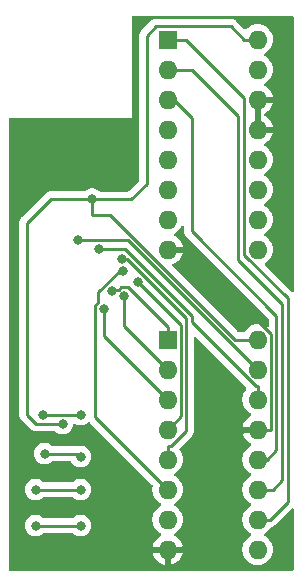
<source format=gbr>
%TF.GenerationSoftware,KiCad,Pcbnew,(7.0.0)*%
%TF.CreationDate,2023-08-04T20:04:38+01:00*%
%TF.ProjectId,DataIODecode,44617461-494f-4446-9563-6f64652e6b69,rev?*%
%TF.SameCoordinates,Original*%
%TF.FileFunction,Copper,L2,Bot*%
%TF.FilePolarity,Positive*%
%FSLAX46Y46*%
G04 Gerber Fmt 4.6, Leading zero omitted, Abs format (unit mm)*
G04 Created by KiCad (PCBNEW (7.0.0)) date 2023-08-04 20:04:38*
%MOMM*%
%LPD*%
G01*
G04 APERTURE LIST*
%TA.AperFunction,ComponentPad*%
%ADD10R,1.600000X1.600000*%
%TD*%
%TA.AperFunction,ComponentPad*%
%ADD11O,1.600000X1.600000*%
%TD*%
%TA.AperFunction,ViaPad*%
%ADD12C,0.800000*%
%TD*%
%TA.AperFunction,Conductor*%
%ADD13C,0.250000*%
%TD*%
G04 APERTURE END LIST*
D10*
%TO.P,J19,1,Pin_1*%
%TO.N,A14*%
X145541999Y-98043999D03*
D11*
%TO.P,J19,2,Pin_2*%
%TO.N,A13*%
X145541999Y-100583999D03*
%TO.P,J19,3,Pin_3*%
%TO.N,A12*%
X145541999Y-103123999D03*
%TO.P,J19,4,Pin_4*%
%TO.N,A11*%
X145541999Y-105663999D03*
%TO.P,J19,5,Pin_5*%
%TO.N,A8*%
X145541999Y-108203999D03*
%TO.P,J19,6,Pin_6*%
%TO.N,A9*%
X145541999Y-110743999D03*
%TO.P,J19,7,Pin_7*%
%TO.N,A10*%
X145541999Y-113283999D03*
%TO.P,J19,8,Pin_8*%
%TO.N,GND*%
X145541999Y-115823999D03*
%TO.P,J19,9,Pin_9*%
%TO.N,U19_O4*%
X153161999Y-115823999D03*
%TO.P,J19,10,Pin_10*%
%TO.N,U19_O3*%
X153161999Y-113283999D03*
%TO.P,J19,11,Pin_11*%
%TO.N,U19_O2*%
X153161999Y-110743999D03*
%TO.P,J19,12,Pin_12*%
%TO.N,U19_O1*%
X153161999Y-108203999D03*
%TO.P,J19,13,Pin_13*%
%TO.N,GND*%
X153161999Y-105663999D03*
%TO.P,J19,14,Pin_14*%
%TO.N,RnW*%
X153161999Y-103123999D03*
%TO.P,J19,15,Pin_15*%
%TO.N,A15*%
X153161999Y-100583999D03*
%TO.P,J19,16,Pin_16*%
%TO.N,+5V*%
X153161999Y-98043999D03*
%TD*%
D10*
%TO.P,J14,1,Pin_1*%
%TO.N,U19_O3*%
X145541999Y-72643999D03*
D11*
%TO.P,J14,2,Pin_2*%
%TO.N,U19_O2*%
X145541999Y-75183999D03*
%TO.P,J14,3,Pin_3*%
%TO.N,U19_O1*%
X145541999Y-77723999D03*
%TO.P,J14,4,Pin_4*%
%TO.N,A7*%
X145541999Y-80263999D03*
%TO.P,J14,5,Pin_5*%
%TO.N,A4*%
X145541999Y-82803999D03*
%TO.P,J14,6,Pin_6*%
%TO.N,A5*%
X145541999Y-85343999D03*
%TO.P,J14,7,Pin_7*%
%TO.N,A6*%
X145541999Y-87883999D03*
%TO.P,J14,8,Pin_8*%
%TO.N,GND*%
X145541999Y-90423999D03*
%TO.P,J14,9,Pin_9*%
%TO.N,U14_O4*%
X153161999Y-90423999D03*
%TO.P,J14,10,Pin_10*%
%TO.N,U14_O3*%
X153161999Y-87883999D03*
%TO.P,J14,11,Pin_11*%
%TO.N,U14_O2*%
X153161999Y-85343999D03*
%TO.P,J14,12,Pin_12*%
%TO.N,U14_O1*%
X153161999Y-82803999D03*
%TO.P,J14,13,Pin_13*%
%TO.N,GND*%
X153161999Y-80263999D03*
%TO.P,J14,14,Pin_14*%
X153161999Y-77723999D03*
%TO.P,J14,15,Pin_15*%
%TO.N,U19_O4*%
X153161999Y-75183999D03*
%TO.P,J14,16,Pin_16*%
%TO.N,+5V*%
X153161999Y-72643999D03*
%TD*%
D12*
%TO.N,+5V*%
X139154400Y-86136900D03*
X136652000Y-105156000D03*
%TO.N,BANK0*%
X134366000Y-113792000D03*
X138176000Y-113792000D03*
%TO.N,BANK1*%
X138176000Y-110744000D03*
X134366000Y-110744000D03*
%TO.N,BANK2*%
X138176000Y-107950000D03*
X135128000Y-107696000D03*
%TO.N,BANK3*%
X134963500Y-104431500D03*
X138176000Y-104394000D03*
%TO.N,A14*%
X140825900Y-93904600D03*
%TO.N,A13*%
X141881500Y-94329900D03*
%TO.N,A12*%
X140122606Y-95453106D03*
%TO.N,A11*%
X143052651Y-93158751D03*
%TO.N,A8*%
X141688000Y-91205600D03*
%TO.N,A9*%
X141751100Y-92207900D03*
%TO.N,RnW*%
X139718900Y-90348200D03*
%TO.N,A15*%
X137909200Y-89617900D03*
%TD*%
D13*
%TO.N,+5V*%
X139154400Y-87457200D02*
X140672100Y-87457200D01*
X139154400Y-87457200D02*
X139154400Y-86136900D01*
X136652000Y-105156000D02*
X134366000Y-105156000D01*
X150911400Y-71518700D02*
X152036700Y-72644000D01*
X143764000Y-72309600D02*
X144554900Y-71518700D01*
X133604000Y-88138000D02*
X135636000Y-86106000D01*
X135636000Y-86106000D02*
X139123500Y-86106000D01*
X139123500Y-86106000D02*
X139154400Y-86136900D01*
X142463100Y-86136900D02*
X143764000Y-84836000D01*
X151258900Y-98044000D02*
X153162000Y-98044000D01*
X134366000Y-105156000D02*
X133604000Y-104394000D01*
X144554900Y-71518700D02*
X150911400Y-71518700D01*
X152036700Y-72644000D02*
X153162000Y-72644000D01*
X143764000Y-84836000D02*
X143764000Y-72309600D01*
X140672100Y-87457200D02*
X151258900Y-98044000D01*
X139154400Y-86136900D02*
X142463100Y-86136900D01*
X133604000Y-104394000D02*
X133604000Y-88138000D01*
%TO.N,GND*%
X145542000Y-90424000D02*
X147175100Y-90424000D01*
X152036700Y-105664000D02*
X153162000Y-105664000D01*
X154287300Y-105664000D02*
X153162000Y-105664000D01*
X147175100Y-90424000D02*
X154287300Y-97536200D01*
X146558000Y-115824000D02*
X148336000Y-114046000D01*
X148336000Y-114046000D02*
X148336000Y-109364700D01*
X154287300Y-97536200D02*
X154287300Y-105664000D01*
X145542000Y-115824000D02*
X146558000Y-115824000D01*
X148336000Y-109364700D02*
X152036700Y-105664000D01*
%TO.N,BANK0*%
X138176000Y-113792000D02*
X134366000Y-113792000D01*
%TO.N,BANK1*%
X138176000Y-110744000D02*
X134366000Y-110744000D01*
%TO.N,BANK2*%
X135128000Y-107696000D02*
X137922000Y-107696000D01*
X137922000Y-107696000D02*
X138176000Y-107950000D01*
%TO.N,BANK3*%
X135128000Y-104394000D02*
X135090500Y-104431500D01*
X135090500Y-104431500D02*
X134963500Y-104431500D01*
X138176000Y-104394000D02*
X135128000Y-104394000D01*
%TO.N,U19_O3*%
X153162000Y-113284000D02*
X154178000Y-113284000D01*
X155688400Y-111773600D02*
X155688400Y-94551700D01*
X154178000Y-113284000D02*
X155688400Y-111773600D01*
X147066000Y-72644000D02*
X145542000Y-72644000D01*
X155688400Y-94551700D02*
X151997500Y-90860800D01*
X151997500Y-90860800D02*
X151997500Y-77575500D01*
X151997500Y-77575500D02*
X147066000Y-72644000D01*
%TO.N,U19_O2*%
X153162000Y-110744000D02*
X154432000Y-110744000D01*
X154432000Y-110744000D02*
X155203600Y-109972400D01*
X151467600Y-91286000D02*
X151467600Y-79077600D01*
X155203600Y-95022000D02*
X151467600Y-91286000D01*
X151467600Y-79077600D02*
X147574000Y-75184000D01*
X155203600Y-109972400D02*
X155203600Y-95022000D01*
X147574000Y-75184000D02*
X145542000Y-75184000D01*
%TO.N,U19_O1*%
X146050000Y-77724000D02*
X147574000Y-79248000D01*
X145542000Y-77724000D02*
X146050000Y-77724000D01*
X153924000Y-108204000D02*
X153162000Y-108204000D01*
X147574000Y-79248000D02*
X147574000Y-88884400D01*
X147574000Y-88884400D02*
X154753200Y-96063600D01*
X154753200Y-96063600D02*
X154753200Y-107374800D01*
X154753200Y-107374800D02*
X153924000Y-108204000D01*
%TO.N,A14*%
X141380802Y-93806000D02*
X140924500Y-93806000D01*
X141581402Y-93605400D02*
X141380802Y-93806000D01*
X145542000Y-98044000D02*
X145542000Y-96965802D01*
X145542000Y-96965802D02*
X142181598Y-93605400D01*
X142181598Y-93605400D02*
X141581402Y-93605400D01*
X140924500Y-93806000D02*
X140825900Y-93904600D01*
%TO.N,A13*%
X141881500Y-96923500D02*
X141881500Y-94329900D01*
X145542000Y-100584000D02*
X141881500Y-96923500D01*
%TO.N,A12*%
X145542000Y-103124000D02*
X140122606Y-97704606D01*
X140122606Y-97704606D02*
X140122606Y-95453106D01*
%TO.N,A11*%
X146675300Y-104530700D02*
X146675300Y-96781400D01*
X145542000Y-105664000D02*
X146675300Y-104530700D01*
X146675300Y-96781400D02*
X143052651Y-93158751D01*
%TO.N,A8*%
X147125600Y-96205900D02*
X142125300Y-91205600D01*
X142125300Y-91205600D02*
X141688000Y-91205600D01*
X145542000Y-108204000D02*
X145542000Y-107078700D01*
X145823300Y-107078700D02*
X147125600Y-105776400D01*
X147125600Y-105776400D02*
X147125600Y-96205900D01*
X145542000Y-107078700D02*
X145823300Y-107078700D01*
%TO.N,A9*%
X141473500Y-92207900D02*
X139638600Y-94042800D01*
X139398106Y-95153008D02*
X139398106Y-104600106D01*
X141751100Y-92207900D02*
X141473500Y-92207900D01*
X139638600Y-94042800D02*
X139638600Y-94912514D01*
X139398106Y-104600106D02*
X145542000Y-110744000D01*
X139638600Y-94912514D02*
X139398106Y-95153008D01*
%TO.N,RnW*%
X141910700Y-90348200D02*
X139718900Y-90348200D01*
X153162000Y-103124000D02*
X153162000Y-101998700D01*
X147575900Y-96013400D02*
X141910700Y-90348200D01*
X147575900Y-96596100D02*
X147575900Y-96013400D01*
X153162000Y-101998700D02*
X152978500Y-101998700D01*
X152978500Y-101998700D02*
X147575900Y-96596100D01*
%TO.N,A15*%
X142195900Y-89617900D02*
X153162000Y-100584000D01*
X137909200Y-89617900D02*
X142195900Y-89617900D01*
%TD*%
%TA.AperFunction,Conductor*%
%TO.N,GND*%
G36*
X156147500Y-70629113D02*
G01*
X156192887Y-70674500D01*
X156209500Y-70736500D01*
X156209500Y-93888848D01*
X156195985Y-93945143D01*
X156158385Y-93989166D01*
X156104898Y-94011321D01*
X156047182Y-94006779D01*
X155997819Y-93976529D01*
X153777045Y-91755755D01*
X153746461Y-91705349D01*
X153742614Y-91646517D01*
X153766373Y-91592557D01*
X153805889Y-91560864D01*
X153805138Y-91559563D01*
X153809821Y-91556858D01*
X153814734Y-91554568D01*
X154001139Y-91424047D01*
X154162047Y-91263139D01*
X154292568Y-91076734D01*
X154388739Y-90870496D01*
X154447635Y-90650692D01*
X154467468Y-90424000D01*
X154447635Y-90197308D01*
X154388739Y-89977504D01*
X154292568Y-89771266D01*
X154162047Y-89584861D01*
X154001139Y-89423953D01*
X153837932Y-89309675D01*
X153819173Y-89296540D01*
X153819171Y-89296539D01*
X153814734Y-89293432D01*
X153809827Y-89291143D01*
X153809817Y-89291138D01*
X153756724Y-89266380D01*
X153704549Y-89220623D01*
X153685130Y-89153997D01*
X153704550Y-89087372D01*
X153756723Y-89041618D01*
X153814734Y-89014568D01*
X154001139Y-88884047D01*
X154162047Y-88723139D01*
X154292568Y-88536734D01*
X154388739Y-88330496D01*
X154447635Y-88110692D01*
X154467468Y-87884000D01*
X154447635Y-87657308D01*
X154400325Y-87480745D01*
X154390141Y-87442736D01*
X154390140Y-87442734D01*
X154388739Y-87437504D01*
X154292568Y-87231266D01*
X154162047Y-87044861D01*
X154001139Y-86883953D01*
X153864086Y-86787988D01*
X153819173Y-86756540D01*
X153819171Y-86756539D01*
X153814734Y-86753432D01*
X153756724Y-86726381D01*
X153704549Y-86680625D01*
X153685130Y-86614000D01*
X153704549Y-86547375D01*
X153756725Y-86501618D01*
X153814734Y-86474568D01*
X154001139Y-86344047D01*
X154162047Y-86183139D01*
X154292568Y-85996734D01*
X154388739Y-85790496D01*
X154447635Y-85570692D01*
X154467468Y-85344000D01*
X154447635Y-85117308D01*
X154388739Y-84897504D01*
X154292568Y-84691266D01*
X154162047Y-84504861D01*
X154001139Y-84343953D01*
X153814734Y-84213432D01*
X153756724Y-84186381D01*
X153704549Y-84140625D01*
X153685130Y-84074000D01*
X153704549Y-84007375D01*
X153756725Y-83961618D01*
X153814734Y-83934568D01*
X154001139Y-83804047D01*
X154162047Y-83643139D01*
X154292568Y-83456734D01*
X154388739Y-83250496D01*
X154447635Y-83030692D01*
X154467468Y-82804000D01*
X154447635Y-82577308D01*
X154388739Y-82357504D01*
X154292568Y-82151266D01*
X154162047Y-81964861D01*
X154001139Y-81803953D01*
X153814734Y-81673432D01*
X153809831Y-81671145D01*
X153809823Y-81671141D01*
X153756134Y-81646106D01*
X153703958Y-81600349D01*
X153684539Y-81533723D01*
X153703959Y-81467098D01*
X153756135Y-81421341D01*
X153809585Y-81396417D01*
X153818912Y-81391032D01*
X153996381Y-81266767D01*
X154004647Y-81259830D01*
X154157830Y-81106647D01*
X154164767Y-81098381D01*
X154289032Y-80920912D01*
X154294420Y-80911580D01*
X154385977Y-80715234D01*
X154389669Y-80705092D01*
X154437179Y-80527780D01*
X154437547Y-80516551D01*
X154426605Y-80514000D01*
X153036000Y-80514000D01*
X152974000Y-80497387D01*
X152928613Y-80452000D01*
X152912000Y-80390000D01*
X152912000Y-79997674D01*
X153412000Y-79997674D01*
X153415450Y-80010549D01*
X153428326Y-80014000D01*
X154426605Y-80014000D01*
X154437547Y-80011448D01*
X154437179Y-80000219D01*
X154389669Y-79822907D01*
X154385977Y-79812765D01*
X154294420Y-79616419D01*
X154289032Y-79607087D01*
X154164767Y-79429618D01*
X154157830Y-79421352D01*
X154004647Y-79268169D01*
X153996381Y-79261232D01*
X153818912Y-79136967D01*
X153809583Y-79131581D01*
X153755542Y-79106381D01*
X153703367Y-79060623D01*
X153683948Y-78993997D01*
X153703368Y-78927372D01*
X153755545Y-78881616D01*
X153809581Y-78856419D01*
X153818912Y-78851032D01*
X153996381Y-78726767D01*
X154004647Y-78719830D01*
X154157830Y-78566647D01*
X154164767Y-78558381D01*
X154289032Y-78380912D01*
X154294420Y-78371580D01*
X154385977Y-78175234D01*
X154389669Y-78165092D01*
X154437179Y-77987780D01*
X154437547Y-77976551D01*
X154426605Y-77974000D01*
X153428326Y-77974000D01*
X153415450Y-77977450D01*
X153412000Y-77990326D01*
X153412000Y-79997674D01*
X152912000Y-79997674D01*
X152912000Y-77598000D01*
X152928613Y-77536000D01*
X152974000Y-77490613D01*
X153036000Y-77474000D01*
X154426605Y-77474000D01*
X154437547Y-77471448D01*
X154437179Y-77460219D01*
X154389669Y-77282907D01*
X154385977Y-77272765D01*
X154294420Y-77076419D01*
X154289032Y-77067087D01*
X154164767Y-76889618D01*
X154157830Y-76881352D01*
X154004647Y-76728169D01*
X153996381Y-76721232D01*
X153818912Y-76596967D01*
X153809579Y-76591579D01*
X153756134Y-76566657D01*
X153703958Y-76520899D01*
X153684539Y-76454274D01*
X153703959Y-76387649D01*
X153756131Y-76341894D01*
X153814734Y-76314568D01*
X154001139Y-76184047D01*
X154162047Y-76023139D01*
X154292568Y-75836734D01*
X154388739Y-75630496D01*
X154447635Y-75410692D01*
X154467468Y-75184000D01*
X154447635Y-74957308D01*
X154388739Y-74737504D01*
X154292568Y-74531266D01*
X154162047Y-74344861D01*
X154001139Y-74183953D01*
X153814734Y-74053432D01*
X153756724Y-74026381D01*
X153704549Y-73980625D01*
X153685130Y-73914000D01*
X153704549Y-73847375D01*
X153756725Y-73801618D01*
X153814734Y-73774568D01*
X154001139Y-73644047D01*
X154162047Y-73483139D01*
X154292568Y-73296734D01*
X154388739Y-73090496D01*
X154447635Y-72870692D01*
X154467468Y-72644000D01*
X154447635Y-72417308D01*
X154431176Y-72355881D01*
X154390141Y-72202736D01*
X154390140Y-72202734D01*
X154388739Y-72197504D01*
X154292568Y-71991266D01*
X154162047Y-71804861D01*
X154001139Y-71643953D01*
X153814734Y-71513432D01*
X153608496Y-71417261D01*
X153603271Y-71415861D01*
X153603263Y-71415858D01*
X153393916Y-71359764D01*
X153393907Y-71359762D01*
X153388692Y-71358365D01*
X153383304Y-71357893D01*
X153383301Y-71357893D01*
X153167395Y-71339004D01*
X153162000Y-71338532D01*
X153156605Y-71339004D01*
X152940698Y-71357893D01*
X152940693Y-71357893D01*
X152935308Y-71358365D01*
X152930094Y-71359762D01*
X152930083Y-71359764D01*
X152720736Y-71415858D01*
X152720724Y-71415862D01*
X152715504Y-71417261D01*
X152710599Y-71419547D01*
X152710594Y-71419550D01*
X152514176Y-71511142D01*
X152514172Y-71511144D01*
X152509266Y-71513432D01*
X152504833Y-71516535D01*
X152504826Y-71516540D01*
X152327296Y-71640847D01*
X152327291Y-71640850D01*
X152322861Y-71643953D01*
X152319037Y-71647777D01*
X152209733Y-71757081D01*
X152154145Y-71789174D01*
X152089958Y-71789174D01*
X152034371Y-71757080D01*
X151408686Y-71131395D01*
X151401242Y-71123214D01*
X151397186Y-71116823D01*
X151348175Y-71070798D01*
X151345378Y-71068087D01*
X151328627Y-71051336D01*
X151325871Y-71048580D01*
X151322690Y-71046112D01*
X151313814Y-71038530D01*
X151287669Y-71013978D01*
X151287667Y-71013976D01*
X151281982Y-71008638D01*
X151275149Y-71004882D01*
X151275143Y-71004877D01*
X151264425Y-70998985D01*
X151248166Y-70988306D01*
X151238495Y-70980804D01*
X151238492Y-70980802D01*
X151232336Y-70976027D01*
X151225179Y-70972929D01*
X151225176Y-70972928D01*
X151192249Y-70958678D01*
X151181763Y-70953541D01*
X151150332Y-70936262D01*
X151150323Y-70936258D01*
X151143492Y-70932503D01*
X151135935Y-70930562D01*
X151135931Y-70930561D01*
X151124088Y-70927520D01*
X151105684Y-70921219D01*
X151094457Y-70916360D01*
X151094450Y-70916358D01*
X151087296Y-70913262D01*
X151079592Y-70912041D01*
X151079590Y-70912041D01*
X151044159Y-70906429D01*
X151032724Y-70904061D01*
X150997971Y-70895138D01*
X150997963Y-70895137D01*
X150990419Y-70893200D01*
X150982623Y-70893200D01*
X150970383Y-70893200D01*
X150950997Y-70891674D01*
X150931204Y-70888540D01*
X150923438Y-70889274D01*
X150923435Y-70889274D01*
X150887724Y-70892650D01*
X150876055Y-70893200D01*
X144632675Y-70893200D01*
X144621619Y-70892678D01*
X144614233Y-70891027D01*
X144606445Y-70891271D01*
X144606438Y-70891271D01*
X144547013Y-70893139D01*
X144543119Y-70893200D01*
X144515550Y-70893200D01*
X144511694Y-70893686D01*
X144511691Y-70893687D01*
X144511635Y-70893694D01*
X144511562Y-70893703D01*
X144499944Y-70894617D01*
X144464065Y-70895745D01*
X144464064Y-70895745D01*
X144456273Y-70895990D01*
X144448788Y-70898164D01*
X144448784Y-70898165D01*
X144437025Y-70901581D01*
X144417987Y-70905523D01*
X144405849Y-70907057D01*
X144405841Y-70907058D01*
X144398108Y-70908036D01*
X144390860Y-70910905D01*
X144390854Y-70910907D01*
X144357497Y-70924113D01*
X144346454Y-70927894D01*
X144311996Y-70937906D01*
X144311989Y-70937908D01*
X144304510Y-70940082D01*
X144297805Y-70944047D01*
X144297796Y-70944051D01*
X144287256Y-70950284D01*
X144269793Y-70958839D01*
X144258422Y-70963341D01*
X144258416Y-70963343D01*
X144251168Y-70966214D01*
X144244863Y-70970794D01*
X144244853Y-70970800D01*
X144215834Y-70991883D01*
X144206078Y-70998292D01*
X144175193Y-71016558D01*
X144175188Y-71016561D01*
X144168480Y-71020529D01*
X144162967Y-71026040D01*
X144162960Y-71026047D01*
X144154307Y-71034700D01*
X144139524Y-71047326D01*
X144129627Y-71054517D01*
X144129620Y-71054523D01*
X144123313Y-71059106D01*
X144118346Y-71065108D01*
X144118335Y-71065120D01*
X144095470Y-71092759D01*
X144087610Y-71101397D01*
X143376696Y-71812311D01*
X143368511Y-71819759D01*
X143362123Y-71823814D01*
X143356788Y-71829494D01*
X143356783Y-71829499D01*
X143316096Y-71872825D01*
X143313392Y-71875616D01*
X143296628Y-71892380D01*
X143296621Y-71892387D01*
X143293880Y-71895129D01*
X143291500Y-71898196D01*
X143291489Y-71898209D01*
X143291400Y-71898325D01*
X143283842Y-71907170D01*
X143259280Y-71933327D01*
X143259273Y-71933336D01*
X143253938Y-71939018D01*
X143250182Y-71945849D01*
X143250179Y-71945854D01*
X143244285Y-71956575D01*
X143233609Y-71972827D01*
X143226109Y-71982496D01*
X143226101Y-71982507D01*
X143221327Y-71988664D01*
X143218234Y-71995808D01*
X143218229Y-71995819D01*
X143203974Y-72028760D01*
X143198838Y-72039243D01*
X143177803Y-72077508D01*
X143175864Y-72085056D01*
X143175863Y-72085061D01*
X143172822Y-72096907D01*
X143166521Y-72115311D01*
X143161658Y-72126548D01*
X143161656Y-72126552D01*
X143158562Y-72133704D01*
X143157342Y-72141403D01*
X143157342Y-72141405D01*
X143151729Y-72176841D01*
X143149361Y-72188276D01*
X143140438Y-72223028D01*
X143140436Y-72223036D01*
X143138500Y-72230581D01*
X143138500Y-72238377D01*
X143138500Y-72250617D01*
X143136974Y-72270002D01*
X143133840Y-72289796D01*
X143134574Y-72297561D01*
X143134574Y-72297564D01*
X143137950Y-72333276D01*
X143138500Y-72344945D01*
X143138500Y-84525547D01*
X143129061Y-84573000D01*
X143102181Y-84613228D01*
X142240328Y-85475081D01*
X142200100Y-85501961D01*
X142152647Y-85511400D01*
X139858148Y-85511400D01*
X139807715Y-85500681D01*
X139769618Y-85473004D01*
X139769450Y-85473191D01*
X139767671Y-85471589D01*
X139766001Y-85470376D01*
X139760271Y-85464012D01*
X139755013Y-85460192D01*
X139755011Y-85460190D01*
X139612388Y-85356569D01*
X139612387Y-85356568D01*
X139607130Y-85352749D01*
X139587480Y-85344000D01*
X139440145Y-85278401D01*
X139440140Y-85278399D01*
X139434203Y-85275756D01*
X139427844Y-85274404D01*
X139427840Y-85274403D01*
X139255408Y-85237752D01*
X139255405Y-85237751D01*
X139249046Y-85236400D01*
X139059754Y-85236400D01*
X139053395Y-85237751D01*
X139053391Y-85237752D01*
X138880959Y-85274403D01*
X138880952Y-85274405D01*
X138874597Y-85275756D01*
X138868662Y-85278398D01*
X138868654Y-85278401D01*
X138707607Y-85350105D01*
X138707602Y-85350107D01*
X138701670Y-85352749D01*
X138696416Y-85356565D01*
X138696411Y-85356569D01*
X138558431Y-85456818D01*
X138523864Y-85474431D01*
X138485546Y-85480500D01*
X135713775Y-85480500D01*
X135702719Y-85479978D01*
X135695333Y-85478327D01*
X135687545Y-85478571D01*
X135687538Y-85478571D01*
X135628127Y-85480439D01*
X135624232Y-85480500D01*
X135596650Y-85480500D01*
X135592805Y-85480985D01*
X135592780Y-85480987D01*
X135592653Y-85481004D01*
X135581034Y-85481918D01*
X135545172Y-85483045D01*
X135545165Y-85483046D01*
X135537373Y-85483291D01*
X135529888Y-85485465D01*
X135529872Y-85485468D01*
X135518126Y-85488881D01*
X135499083Y-85492825D01*
X135486949Y-85494358D01*
X135486948Y-85494358D01*
X135479208Y-85495336D01*
X135471958Y-85498205D01*
X135471951Y-85498208D01*
X135438598Y-85511413D01*
X135427554Y-85515194D01*
X135393101Y-85525204D01*
X135393090Y-85525208D01*
X135385610Y-85527382D01*
X135378898Y-85531351D01*
X135378896Y-85531352D01*
X135368364Y-85537580D01*
X135350904Y-85546134D01*
X135339519Y-85550642D01*
X135339513Y-85550644D01*
X135332268Y-85553514D01*
X135325963Y-85558094D01*
X135325955Y-85558099D01*
X135296932Y-85579185D01*
X135287174Y-85585595D01*
X135256296Y-85603857D01*
X135256290Y-85603861D01*
X135249580Y-85607830D01*
X135244067Y-85613341D01*
X135244060Y-85613348D01*
X135235410Y-85621998D01*
X135220627Y-85634624D01*
X135210726Y-85641817D01*
X135210716Y-85641826D01*
X135204413Y-85646406D01*
X135199444Y-85652411D01*
X135199441Y-85652415D01*
X135176572Y-85680059D01*
X135168711Y-85688697D01*
X133216696Y-87640711D01*
X133208511Y-87648159D01*
X133202123Y-87652214D01*
X133196788Y-87657894D01*
X133196783Y-87657899D01*
X133156096Y-87701225D01*
X133153392Y-87704016D01*
X133136628Y-87720780D01*
X133136621Y-87720787D01*
X133133880Y-87723529D01*
X133131500Y-87726596D01*
X133131489Y-87726609D01*
X133131400Y-87726725D01*
X133123842Y-87735570D01*
X133099280Y-87761727D01*
X133099273Y-87761736D01*
X133093938Y-87767418D01*
X133090182Y-87774249D01*
X133090179Y-87774254D01*
X133084285Y-87784975D01*
X133073609Y-87801227D01*
X133066109Y-87810896D01*
X133066101Y-87810907D01*
X133061327Y-87817064D01*
X133058234Y-87824208D01*
X133058229Y-87824219D01*
X133043974Y-87857160D01*
X133038838Y-87867643D01*
X133021560Y-87899073D01*
X133017803Y-87905908D01*
X133015864Y-87913456D01*
X133015863Y-87913461D01*
X133012822Y-87925307D01*
X133006521Y-87943711D01*
X133001658Y-87954948D01*
X133001656Y-87954952D01*
X132998562Y-87962104D01*
X132997342Y-87969803D01*
X132997342Y-87969805D01*
X132991729Y-88005241D01*
X132989361Y-88016676D01*
X132980438Y-88051428D01*
X132980436Y-88051436D01*
X132978500Y-88058981D01*
X132978500Y-88066777D01*
X132978500Y-88079017D01*
X132976974Y-88098402D01*
X132973840Y-88118196D01*
X132974574Y-88125961D01*
X132974574Y-88125964D01*
X132977950Y-88161676D01*
X132978500Y-88173345D01*
X132978500Y-104316225D01*
X132977978Y-104327280D01*
X132976327Y-104334667D01*
X132976571Y-104342453D01*
X132976571Y-104342461D01*
X132978439Y-104401873D01*
X132978500Y-104405768D01*
X132978500Y-104433350D01*
X132978988Y-104437219D01*
X132978989Y-104437225D01*
X132979004Y-104437343D01*
X132979918Y-104448966D01*
X132981045Y-104484830D01*
X132981046Y-104484837D01*
X132981291Y-104492627D01*
X132983467Y-104500119D01*
X132983468Y-104500121D01*
X132986879Y-104511862D01*
X132990825Y-104530915D01*
X132991589Y-104536967D01*
X132993336Y-104550792D01*
X132996206Y-104558042D01*
X132996208Y-104558048D01*
X133009414Y-104591404D01*
X133013197Y-104602451D01*
X133025382Y-104644390D01*
X133029353Y-104651105D01*
X133029354Y-104651107D01*
X133035581Y-104661637D01*
X133044136Y-104679099D01*
X133048642Y-104690480D01*
X133048643Y-104690483D01*
X133051514Y-104697732D01*
X133073440Y-104727912D01*
X133077181Y-104733060D01*
X133083593Y-104742822D01*
X133101856Y-104773702D01*
X133101859Y-104773707D01*
X133105830Y-104780420D01*
X133111345Y-104785935D01*
X133119990Y-104794580D01*
X133132626Y-104809374D01*
X133139819Y-104819275D01*
X133139823Y-104819279D01*
X133144406Y-104825587D01*
X133150415Y-104830558D01*
X133150416Y-104830559D01*
X133178058Y-104853426D01*
X133186699Y-104861289D01*
X133868707Y-105543297D01*
X133876156Y-105551483D01*
X133880214Y-105557877D01*
X133885899Y-105563215D01*
X133885901Y-105563218D01*
X133929239Y-105603915D01*
X133932036Y-105606626D01*
X133951530Y-105626120D01*
X133954615Y-105628513D01*
X133954701Y-105628580D01*
X133963573Y-105636158D01*
X133995418Y-105666062D01*
X134002248Y-105669817D01*
X134002251Y-105669819D01*
X134012971Y-105675712D01*
X134029222Y-105686386D01*
X134045064Y-105698674D01*
X134052221Y-105701771D01*
X134052223Y-105701772D01*
X134085155Y-105716022D01*
X134095650Y-105721164D01*
X134133908Y-105742197D01*
X134153312Y-105747179D01*
X134171714Y-105753480D01*
X134182941Y-105758338D01*
X134190105Y-105761438D01*
X134227697Y-105767391D01*
X134233239Y-105768269D01*
X134244682Y-105770639D01*
X134279425Y-105779560D01*
X134279426Y-105779560D01*
X134286981Y-105781500D01*
X134307017Y-105781500D01*
X134326402Y-105783025D01*
X134346196Y-105786160D01*
X134384276Y-105782560D01*
X134389676Y-105782050D01*
X134401345Y-105781500D01*
X135948252Y-105781500D01*
X135998685Y-105792219D01*
X136036781Y-105819895D01*
X136036950Y-105819709D01*
X136038728Y-105821310D01*
X136040398Y-105822523D01*
X136046129Y-105828888D01*
X136051387Y-105832708D01*
X136051388Y-105832709D01*
X136071909Y-105847618D01*
X136199270Y-105940151D01*
X136372197Y-106017144D01*
X136557354Y-106056500D01*
X136740143Y-106056500D01*
X136746646Y-106056500D01*
X136931803Y-106017144D01*
X137104730Y-105940151D01*
X137257871Y-105828888D01*
X137384533Y-105688216D01*
X137479179Y-105524284D01*
X137537674Y-105344256D01*
X137544870Y-105275787D01*
X137566000Y-105218513D01*
X137611899Y-105178263D01*
X137671442Y-105164792D01*
X137722771Y-105179270D01*
X137723270Y-105178151D01*
X137896197Y-105255144D01*
X138081354Y-105294500D01*
X138264143Y-105294500D01*
X138270646Y-105294500D01*
X138455803Y-105255144D01*
X138628730Y-105178151D01*
X138781871Y-105066888D01*
X138787331Y-105060823D01*
X138788301Y-105060183D01*
X138791050Y-105057709D01*
X138791424Y-105058124D01*
X138839518Y-105026409D01*
X138901866Y-105021829D01*
X138958522Y-105048246D01*
X138972175Y-105059541D01*
X138980805Y-105067395D01*
X144242586Y-110329177D01*
X144274680Y-110384763D01*
X144274680Y-110448950D01*
X144257765Y-110512079D01*
X144257762Y-110512090D01*
X144256365Y-110517308D01*
X144236532Y-110744000D01*
X144256365Y-110970692D01*
X144257762Y-110975907D01*
X144257764Y-110975916D01*
X144313858Y-111185263D01*
X144313861Y-111185271D01*
X144315261Y-111190496D01*
X144317549Y-111195403D01*
X144317550Y-111195405D01*
X144336785Y-111236654D01*
X144411432Y-111396734D01*
X144541953Y-111583139D01*
X144702861Y-111744047D01*
X144889266Y-111874568D01*
X144947276Y-111901618D01*
X144999449Y-111947373D01*
X145018869Y-112013997D01*
X144999451Y-112080622D01*
X144947276Y-112126380D01*
X144894178Y-112151141D01*
X144894173Y-112151143D01*
X144889266Y-112153432D01*
X144884833Y-112156535D01*
X144884826Y-112156540D01*
X144707296Y-112280847D01*
X144707291Y-112280850D01*
X144702861Y-112283953D01*
X144699037Y-112287776D01*
X144699031Y-112287782D01*
X144545782Y-112441031D01*
X144545776Y-112441037D01*
X144541953Y-112444861D01*
X144538850Y-112449291D01*
X144538847Y-112449296D01*
X144414540Y-112626826D01*
X144414535Y-112626833D01*
X144411432Y-112631266D01*
X144409144Y-112636172D01*
X144409142Y-112636176D01*
X144317550Y-112832594D01*
X144317547Y-112832599D01*
X144315261Y-112837504D01*
X144313862Y-112842724D01*
X144313858Y-112842736D01*
X144257764Y-113052083D01*
X144257762Y-113052094D01*
X144256365Y-113057308D01*
X144255893Y-113062693D01*
X144255893Y-113062698D01*
X144246812Y-113166500D01*
X144236532Y-113284000D01*
X144237004Y-113289395D01*
X144248755Y-113423716D01*
X144256365Y-113510692D01*
X144257762Y-113515907D01*
X144257764Y-113515916D01*
X144313858Y-113725263D01*
X144313861Y-113725271D01*
X144315261Y-113730496D01*
X144317549Y-113735403D01*
X144317550Y-113735405D01*
X144336785Y-113776654D01*
X144411432Y-113936734D01*
X144541953Y-114123139D01*
X144702861Y-114284047D01*
X144889266Y-114414568D01*
X144894175Y-114416857D01*
X144894180Y-114416860D01*
X144947864Y-114441893D01*
X145000040Y-114487649D01*
X145019460Y-114554274D01*
X145000041Y-114620899D01*
X144947866Y-114666657D01*
X144894416Y-114691581D01*
X144885087Y-114696967D01*
X144707618Y-114821232D01*
X144699352Y-114828169D01*
X144546169Y-114981352D01*
X144539232Y-114989618D01*
X144414967Y-115167087D01*
X144409579Y-115176419D01*
X144318022Y-115372765D01*
X144314330Y-115382907D01*
X144266820Y-115560219D01*
X144266452Y-115571448D01*
X144277395Y-115574000D01*
X146806605Y-115574000D01*
X146817547Y-115571448D01*
X146817179Y-115560219D01*
X146769669Y-115382907D01*
X146765977Y-115372765D01*
X146674420Y-115176419D01*
X146669032Y-115167087D01*
X146544767Y-114989618D01*
X146537830Y-114981352D01*
X146384647Y-114828169D01*
X146376381Y-114821232D01*
X146198912Y-114696967D01*
X146189579Y-114691579D01*
X146136134Y-114666657D01*
X146083958Y-114620899D01*
X146064539Y-114554274D01*
X146083959Y-114487649D01*
X146136131Y-114441894D01*
X146194734Y-114414568D01*
X146381139Y-114284047D01*
X146542047Y-114123139D01*
X146672568Y-113936734D01*
X146768739Y-113730496D01*
X146827635Y-113510692D01*
X146847468Y-113284000D01*
X146827635Y-113057308D01*
X146794461Y-112933501D01*
X146770141Y-112842736D01*
X146770140Y-112842734D01*
X146768739Y-112837504D01*
X146672568Y-112631266D01*
X146542047Y-112444861D01*
X146381139Y-112283953D01*
X146194734Y-112153432D01*
X146136724Y-112126381D01*
X146084549Y-112080625D01*
X146065130Y-112014000D01*
X146084549Y-111947375D01*
X146136725Y-111901618D01*
X146194734Y-111874568D01*
X146381139Y-111744047D01*
X146542047Y-111583139D01*
X146672568Y-111396734D01*
X146768739Y-111190496D01*
X146827635Y-110970692D01*
X146847468Y-110744000D01*
X146827635Y-110517308D01*
X146768739Y-110297504D01*
X146672568Y-110091266D01*
X146542047Y-109904861D01*
X146381139Y-109743953D01*
X146194734Y-109613432D01*
X146136724Y-109586381D01*
X146084549Y-109540625D01*
X146065130Y-109474000D01*
X146084549Y-109407375D01*
X146136725Y-109361618D01*
X146194734Y-109334568D01*
X146381139Y-109204047D01*
X146542047Y-109043139D01*
X146672568Y-108856734D01*
X146768739Y-108650496D01*
X146827635Y-108430692D01*
X146847468Y-108204000D01*
X146827635Y-107977308D01*
X146768739Y-107757504D01*
X146672568Y-107551266D01*
X146552173Y-107379322D01*
X146531058Y-107326173D01*
X146536043Y-107269198D01*
X146566066Y-107220523D01*
X147512911Y-106273678D01*
X147521081Y-106266244D01*
X147527477Y-106262186D01*
X147573518Y-106213156D01*
X147576135Y-106210454D01*
X147595720Y-106190871D01*
X147598185Y-106187692D01*
X147605767Y-106178816D01*
X147635662Y-106146982D01*
X147645313Y-106129423D01*
X147655990Y-106113170D01*
X147668273Y-106097336D01*
X147685618Y-106057252D01*
X147690751Y-106046771D01*
X147711797Y-106008492D01*
X147716779Y-105989084D01*
X147723082Y-105970676D01*
X147731037Y-105952296D01*
X147737871Y-105909144D01*
X147740233Y-105897738D01*
X147751100Y-105855419D01*
X147751100Y-105835383D01*
X147752627Y-105815985D01*
X147754539Y-105803913D01*
X147754538Y-105803913D01*
X147755760Y-105796204D01*
X147751650Y-105752724D01*
X147751100Y-105741055D01*
X147751100Y-97955252D01*
X147764615Y-97898957D01*
X147802215Y-97854934D01*
X147855702Y-97832779D01*
X147913418Y-97837321D01*
X147962781Y-97867571D01*
X152183329Y-102088120D01*
X152215422Y-102143706D01*
X152215424Y-102207891D01*
X152183333Y-102263478D01*
X152165787Y-102281024D01*
X152165771Y-102281042D01*
X152161953Y-102284861D01*
X152158851Y-102289290D01*
X152158846Y-102289297D01*
X152034540Y-102466826D01*
X152034535Y-102466833D01*
X152031432Y-102471266D01*
X152029144Y-102476172D01*
X152029142Y-102476176D01*
X151937550Y-102672594D01*
X151937547Y-102672599D01*
X151935261Y-102677504D01*
X151933862Y-102682724D01*
X151933858Y-102682736D01*
X151877764Y-102892083D01*
X151877762Y-102892094D01*
X151876365Y-102897308D01*
X151856532Y-103124000D01*
X151876365Y-103350692D01*
X151877762Y-103355907D01*
X151877764Y-103355916D01*
X151933858Y-103565263D01*
X151933861Y-103565271D01*
X151935261Y-103570496D01*
X152031432Y-103776734D01*
X152161953Y-103963139D01*
X152322861Y-104124047D01*
X152509266Y-104254568D01*
X152514175Y-104256857D01*
X152514180Y-104256860D01*
X152567864Y-104281893D01*
X152620040Y-104327649D01*
X152639460Y-104394274D01*
X152620041Y-104460899D01*
X152567866Y-104506657D01*
X152514416Y-104531581D01*
X152505087Y-104536967D01*
X152327618Y-104661232D01*
X152319352Y-104668169D01*
X152166169Y-104821352D01*
X152159232Y-104829618D01*
X152034967Y-105007087D01*
X152029579Y-105016419D01*
X151938022Y-105212765D01*
X151934330Y-105222907D01*
X151886820Y-105400219D01*
X151886452Y-105411448D01*
X151897395Y-105414000D01*
X153288000Y-105414000D01*
X153350000Y-105430613D01*
X153395387Y-105476000D01*
X153412000Y-105538000D01*
X153412000Y-105790000D01*
X153395387Y-105852000D01*
X153350000Y-105897387D01*
X153288000Y-105914000D01*
X151897395Y-105914000D01*
X151886452Y-105916551D01*
X151886820Y-105927780D01*
X151934330Y-106105092D01*
X151938022Y-106115234D01*
X152029579Y-106311580D01*
X152034967Y-106320912D01*
X152159232Y-106498381D01*
X152166169Y-106506647D01*
X152319352Y-106659830D01*
X152327618Y-106666767D01*
X152505087Y-106791032D01*
X152514423Y-106796422D01*
X152567864Y-106821342D01*
X152620040Y-106867098D01*
X152639460Y-106933723D01*
X152620041Y-107000348D01*
X152567866Y-107046106D01*
X152553286Y-107052905D01*
X152509266Y-107073432D01*
X152504833Y-107076535D01*
X152504826Y-107076540D01*
X152327296Y-107200847D01*
X152327291Y-107200850D01*
X152322861Y-107203953D01*
X152319037Y-107207776D01*
X152319031Y-107207782D01*
X152165782Y-107361031D01*
X152165776Y-107361037D01*
X152161953Y-107364861D01*
X152158850Y-107369291D01*
X152158847Y-107369296D01*
X152034540Y-107546826D01*
X152034535Y-107546833D01*
X152031432Y-107551266D01*
X152029144Y-107556172D01*
X152029142Y-107556176D01*
X151937550Y-107752594D01*
X151937547Y-107752599D01*
X151935261Y-107757504D01*
X151933862Y-107762724D01*
X151933858Y-107762736D01*
X151877764Y-107972083D01*
X151877762Y-107972094D01*
X151876365Y-107977308D01*
X151875893Y-107982693D01*
X151875893Y-107982698D01*
X151868263Y-108069910D01*
X151856532Y-108204000D01*
X151857004Y-108209395D01*
X151871710Y-108377491D01*
X151876365Y-108430692D01*
X151877762Y-108435907D01*
X151877764Y-108435916D01*
X151933858Y-108645263D01*
X151933861Y-108645271D01*
X151935261Y-108650496D01*
X152031432Y-108856734D01*
X152161953Y-109043139D01*
X152322861Y-109204047D01*
X152509266Y-109334568D01*
X152514172Y-109336855D01*
X152514176Y-109336858D01*
X152567274Y-109361618D01*
X152619450Y-109407375D01*
X152638869Y-109474000D01*
X152619450Y-109540625D01*
X152567274Y-109586382D01*
X152514176Y-109611141D01*
X152514163Y-109611148D01*
X152509266Y-109613432D01*
X152504833Y-109616535D01*
X152504826Y-109616540D01*
X152327296Y-109740847D01*
X152327291Y-109740850D01*
X152322861Y-109743953D01*
X152319037Y-109747776D01*
X152319031Y-109747782D01*
X152165782Y-109901031D01*
X152165776Y-109901037D01*
X152161953Y-109904861D01*
X152158850Y-109909291D01*
X152158847Y-109909296D01*
X152034540Y-110086826D01*
X152034535Y-110086833D01*
X152031432Y-110091266D01*
X152029144Y-110096172D01*
X152029142Y-110096176D01*
X151937550Y-110292594D01*
X151937547Y-110292599D01*
X151935261Y-110297504D01*
X151933862Y-110302724D01*
X151933858Y-110302736D01*
X151877764Y-110512083D01*
X151877762Y-110512094D01*
X151876365Y-110517308D01*
X151856532Y-110744000D01*
X151876365Y-110970692D01*
X151877762Y-110975907D01*
X151877764Y-110975916D01*
X151933858Y-111185263D01*
X151933861Y-111185271D01*
X151935261Y-111190496D01*
X151937549Y-111195403D01*
X151937550Y-111195405D01*
X151956785Y-111236654D01*
X152031432Y-111396734D01*
X152161953Y-111583139D01*
X152322861Y-111744047D01*
X152509266Y-111874568D01*
X152567276Y-111901618D01*
X152619449Y-111947373D01*
X152638869Y-112013997D01*
X152619451Y-112080622D01*
X152567276Y-112126380D01*
X152514178Y-112151141D01*
X152514173Y-112151143D01*
X152509266Y-112153432D01*
X152504833Y-112156535D01*
X152504826Y-112156540D01*
X152327296Y-112280847D01*
X152327291Y-112280850D01*
X152322861Y-112283953D01*
X152319037Y-112287776D01*
X152319031Y-112287782D01*
X152165782Y-112441031D01*
X152165776Y-112441037D01*
X152161953Y-112444861D01*
X152158850Y-112449291D01*
X152158847Y-112449296D01*
X152034540Y-112626826D01*
X152034535Y-112626833D01*
X152031432Y-112631266D01*
X152029144Y-112636172D01*
X152029142Y-112636176D01*
X151937550Y-112832594D01*
X151937547Y-112832599D01*
X151935261Y-112837504D01*
X151933862Y-112842724D01*
X151933858Y-112842736D01*
X151877764Y-113052083D01*
X151877762Y-113052094D01*
X151876365Y-113057308D01*
X151875893Y-113062693D01*
X151875893Y-113062698D01*
X151866812Y-113166500D01*
X151856532Y-113284000D01*
X151857004Y-113289395D01*
X151868755Y-113423716D01*
X151876365Y-113510692D01*
X151877762Y-113515907D01*
X151877764Y-113515916D01*
X151933858Y-113725263D01*
X151933861Y-113725271D01*
X151935261Y-113730496D01*
X151937549Y-113735403D01*
X151937550Y-113735405D01*
X151956785Y-113776654D01*
X152031432Y-113936734D01*
X152161953Y-114123139D01*
X152322861Y-114284047D01*
X152509266Y-114414568D01*
X152514172Y-114416855D01*
X152514176Y-114416858D01*
X152567274Y-114441618D01*
X152619450Y-114487375D01*
X152638869Y-114554000D01*
X152619450Y-114620625D01*
X152567274Y-114666382D01*
X152514176Y-114691141D01*
X152514166Y-114691147D01*
X152509266Y-114693432D01*
X152504833Y-114696535D01*
X152504826Y-114696540D01*
X152327296Y-114820847D01*
X152327291Y-114820850D01*
X152322861Y-114823953D01*
X152319037Y-114827776D01*
X152319031Y-114827782D01*
X152165782Y-114981031D01*
X152165776Y-114981037D01*
X152161953Y-114984861D01*
X152158850Y-114989291D01*
X152158847Y-114989296D01*
X152034540Y-115166826D01*
X152034535Y-115166833D01*
X152031432Y-115171266D01*
X152029144Y-115176172D01*
X152029142Y-115176176D01*
X151937550Y-115372594D01*
X151937547Y-115372599D01*
X151935261Y-115377504D01*
X151933862Y-115382724D01*
X151933858Y-115382736D01*
X151877764Y-115592083D01*
X151877762Y-115592094D01*
X151876365Y-115597308D01*
X151856532Y-115824000D01*
X151876365Y-116050692D01*
X151877762Y-116055907D01*
X151877764Y-116055916D01*
X151933858Y-116265263D01*
X151933861Y-116265271D01*
X151935261Y-116270496D01*
X152031432Y-116476734D01*
X152161953Y-116663139D01*
X152322861Y-116824047D01*
X152509266Y-116954568D01*
X152715504Y-117050739D01*
X152720734Y-117052140D01*
X152720736Y-117052141D01*
X152896285Y-117099179D01*
X152935308Y-117109635D01*
X153162000Y-117129468D01*
X153388692Y-117109635D01*
X153608496Y-117050739D01*
X153814734Y-116954568D01*
X154001139Y-116824047D01*
X154162047Y-116663139D01*
X154292568Y-116476734D01*
X154388739Y-116270496D01*
X154447635Y-116050692D01*
X154467468Y-115824000D01*
X154447635Y-115597308D01*
X154388739Y-115377504D01*
X154292568Y-115171266D01*
X154162047Y-114984861D01*
X154001139Y-114823953D01*
X153814734Y-114693432D01*
X153756724Y-114666381D01*
X153704549Y-114620625D01*
X153685130Y-114554000D01*
X153704549Y-114487375D01*
X153756725Y-114441618D01*
X153814734Y-114414568D01*
X154001139Y-114284047D01*
X154162047Y-114123139D01*
X154292568Y-113936734D01*
X154292985Y-113937026D01*
X154315603Y-113909682D01*
X154350981Y-113888254D01*
X154375407Y-113878582D01*
X154386450Y-113874802D01*
X154428390Y-113862618D01*
X154445629Y-113852422D01*
X154463103Y-113843862D01*
X154474474Y-113839360D01*
X154474476Y-113839358D01*
X154481732Y-113836486D01*
X154517069Y-113810811D01*
X154526824Y-113804403D01*
X154564420Y-113782170D01*
X154578584Y-113768005D01*
X154593379Y-113755368D01*
X154609587Y-113743594D01*
X154637428Y-113709938D01*
X154645279Y-113701309D01*
X155997818Y-112348771D01*
X156047182Y-112318521D01*
X156104898Y-112313979D01*
X156158385Y-112336134D01*
X156195985Y-112380157D01*
X156209500Y-112436452D01*
X156209500Y-117477500D01*
X156192887Y-117539500D01*
X156147500Y-117584887D01*
X156085500Y-117601500D01*
X132204500Y-117601500D01*
X132142500Y-117584887D01*
X132097113Y-117539500D01*
X132080500Y-117477500D01*
X132080500Y-116076551D01*
X144266452Y-116076551D01*
X144266820Y-116087780D01*
X144314330Y-116265092D01*
X144318022Y-116275234D01*
X144409579Y-116471580D01*
X144414967Y-116480912D01*
X144539232Y-116658381D01*
X144546169Y-116666647D01*
X144699352Y-116819830D01*
X144707618Y-116826767D01*
X144885087Y-116951032D01*
X144894419Y-116956420D01*
X145090765Y-117047977D01*
X145100907Y-117051669D01*
X145278219Y-117099179D01*
X145289448Y-117099547D01*
X145292000Y-117088605D01*
X145792000Y-117088605D01*
X145794551Y-117099547D01*
X145805780Y-117099179D01*
X145983092Y-117051669D01*
X145993234Y-117047977D01*
X146189580Y-116956420D01*
X146198912Y-116951032D01*
X146376381Y-116826767D01*
X146384647Y-116819830D01*
X146537830Y-116666647D01*
X146544767Y-116658381D01*
X146669032Y-116480912D01*
X146674420Y-116471580D01*
X146765977Y-116275234D01*
X146769669Y-116265092D01*
X146817179Y-116087780D01*
X146817547Y-116076551D01*
X146806605Y-116074000D01*
X145808326Y-116074000D01*
X145795450Y-116077450D01*
X145792000Y-116090326D01*
X145792000Y-117088605D01*
X145292000Y-117088605D01*
X145292000Y-116090326D01*
X145288549Y-116077450D01*
X145275674Y-116074000D01*
X144277395Y-116074000D01*
X144266452Y-116076551D01*
X132080500Y-116076551D01*
X132080500Y-113792000D01*
X133460540Y-113792000D01*
X133461219Y-113798460D01*
X133479646Y-113973795D01*
X133479647Y-113973803D01*
X133480326Y-113980256D01*
X133482331Y-113986428D01*
X133482333Y-113986435D01*
X133527996Y-114126968D01*
X133538821Y-114160284D01*
X133633467Y-114324216D01*
X133637811Y-114329041D01*
X133637813Y-114329043D01*
X133739423Y-114441892D01*
X133760129Y-114464888D01*
X133913270Y-114576151D01*
X134086197Y-114653144D01*
X134271354Y-114692500D01*
X134454143Y-114692500D01*
X134460646Y-114692500D01*
X134645803Y-114653144D01*
X134818730Y-114576151D01*
X134971871Y-114464888D01*
X134977601Y-114458523D01*
X134979271Y-114457310D01*
X134981050Y-114455709D01*
X134981218Y-114455895D01*
X135019315Y-114428219D01*
X135069748Y-114417500D01*
X137472252Y-114417500D01*
X137522685Y-114428219D01*
X137560781Y-114455895D01*
X137560950Y-114455709D01*
X137562728Y-114457310D01*
X137564398Y-114458523D01*
X137570129Y-114464888D01*
X137723270Y-114576151D01*
X137896197Y-114653144D01*
X138081354Y-114692500D01*
X138264143Y-114692500D01*
X138270646Y-114692500D01*
X138455803Y-114653144D01*
X138628730Y-114576151D01*
X138781871Y-114464888D01*
X138908533Y-114324216D01*
X139003179Y-114160284D01*
X139061674Y-113980256D01*
X139081460Y-113792000D01*
X139061674Y-113603744D01*
X139003179Y-113423716D01*
X138908533Y-113259784D01*
X138824539Y-113166500D01*
X138786220Y-113123942D01*
X138786219Y-113123941D01*
X138781871Y-113119112D01*
X138776613Y-113115292D01*
X138776611Y-113115290D01*
X138633988Y-113011669D01*
X138633987Y-113011668D01*
X138628730Y-113007849D01*
X138622792Y-113005205D01*
X138461745Y-112933501D01*
X138461740Y-112933499D01*
X138455803Y-112930856D01*
X138449444Y-112929504D01*
X138449440Y-112929503D01*
X138277008Y-112892852D01*
X138277005Y-112892851D01*
X138270646Y-112891500D01*
X138081354Y-112891500D01*
X138074995Y-112892851D01*
X138074991Y-112892852D01*
X137902559Y-112929503D01*
X137902552Y-112929505D01*
X137896197Y-112930856D01*
X137890262Y-112933498D01*
X137890254Y-112933501D01*
X137729207Y-113005205D01*
X137729202Y-113005207D01*
X137723270Y-113007849D01*
X137718016Y-113011665D01*
X137718011Y-113011669D01*
X137575388Y-113115290D01*
X137575381Y-113115295D01*
X137570129Y-113119112D01*
X137565780Y-113123941D01*
X137565781Y-113123941D01*
X137564399Y-113125476D01*
X137562728Y-113126689D01*
X137560950Y-113128291D01*
X137560781Y-113128104D01*
X137522685Y-113155781D01*
X137472252Y-113166500D01*
X135069748Y-113166500D01*
X135019315Y-113155781D01*
X134981218Y-113128104D01*
X134981050Y-113128291D01*
X134979271Y-113126689D01*
X134977601Y-113125476D01*
X134971871Y-113119112D01*
X134966613Y-113115292D01*
X134966611Y-113115290D01*
X134823988Y-113011669D01*
X134823987Y-113011668D01*
X134818730Y-113007849D01*
X134812792Y-113005205D01*
X134651745Y-112933501D01*
X134651740Y-112933499D01*
X134645803Y-112930856D01*
X134639444Y-112929504D01*
X134639440Y-112929503D01*
X134467008Y-112892852D01*
X134467005Y-112892851D01*
X134460646Y-112891500D01*
X134271354Y-112891500D01*
X134264995Y-112892851D01*
X134264991Y-112892852D01*
X134092559Y-112929503D01*
X134092552Y-112929505D01*
X134086197Y-112930856D01*
X134080262Y-112933498D01*
X134080254Y-112933501D01*
X133919207Y-113005205D01*
X133919202Y-113005207D01*
X133913270Y-113007849D01*
X133908016Y-113011665D01*
X133908011Y-113011669D01*
X133765388Y-113115290D01*
X133765381Y-113115295D01*
X133760129Y-113119112D01*
X133755784Y-113123937D01*
X133755779Y-113123942D01*
X133637813Y-113254956D01*
X133637808Y-113254962D01*
X133633467Y-113259784D01*
X133630222Y-113265404D01*
X133630218Y-113265410D01*
X133542069Y-113418089D01*
X133542066Y-113418094D01*
X133538821Y-113423716D01*
X133536815Y-113429888D01*
X133536813Y-113429894D01*
X133482333Y-113597564D01*
X133482331Y-113597573D01*
X133480326Y-113603744D01*
X133479648Y-113610194D01*
X133479646Y-113610204D01*
X133464390Y-113755365D01*
X133460540Y-113792000D01*
X132080500Y-113792000D01*
X132080500Y-110744000D01*
X133460540Y-110744000D01*
X133461219Y-110750460D01*
X133479646Y-110925795D01*
X133479647Y-110925803D01*
X133480326Y-110932256D01*
X133482331Y-110938428D01*
X133482333Y-110938435D01*
X133536813Y-111106105D01*
X133538821Y-111112284D01*
X133542068Y-111117908D01*
X133542069Y-111117910D01*
X133613810Y-111242170D01*
X133633467Y-111276216D01*
X133637811Y-111281041D01*
X133637813Y-111281043D01*
X133737560Y-111391823D01*
X133760129Y-111416888D01*
X133913270Y-111528151D01*
X134086197Y-111605144D01*
X134271354Y-111644500D01*
X134454143Y-111644500D01*
X134460646Y-111644500D01*
X134645803Y-111605144D01*
X134818730Y-111528151D01*
X134971871Y-111416888D01*
X134977601Y-111410523D01*
X134979271Y-111409310D01*
X134981050Y-111407709D01*
X134981218Y-111407895D01*
X135019315Y-111380219D01*
X135069748Y-111369500D01*
X137472252Y-111369500D01*
X137522685Y-111380219D01*
X137560781Y-111407895D01*
X137560950Y-111407709D01*
X137562728Y-111409310D01*
X137564398Y-111410523D01*
X137570129Y-111416888D01*
X137723270Y-111528151D01*
X137896197Y-111605144D01*
X138081354Y-111644500D01*
X138264143Y-111644500D01*
X138270646Y-111644500D01*
X138455803Y-111605144D01*
X138628730Y-111528151D01*
X138781871Y-111416888D01*
X138908533Y-111276216D01*
X139003179Y-111112284D01*
X139061674Y-110932256D01*
X139081460Y-110744000D01*
X139061674Y-110555744D01*
X139003179Y-110375716D01*
X138908533Y-110211784D01*
X138824539Y-110118500D01*
X138786220Y-110075942D01*
X138786219Y-110075941D01*
X138781871Y-110071112D01*
X138776613Y-110067292D01*
X138776611Y-110067290D01*
X138633988Y-109963669D01*
X138633987Y-109963668D01*
X138628730Y-109959849D01*
X138622792Y-109957205D01*
X138461745Y-109885501D01*
X138461740Y-109885499D01*
X138455803Y-109882856D01*
X138449444Y-109881504D01*
X138449440Y-109881503D01*
X138277008Y-109844852D01*
X138277005Y-109844851D01*
X138270646Y-109843500D01*
X138081354Y-109843500D01*
X138074995Y-109844851D01*
X138074991Y-109844852D01*
X137902559Y-109881503D01*
X137902552Y-109881505D01*
X137896197Y-109882856D01*
X137890262Y-109885498D01*
X137890254Y-109885501D01*
X137729207Y-109957205D01*
X137729202Y-109957207D01*
X137723270Y-109959849D01*
X137718016Y-109963665D01*
X137718011Y-109963669D01*
X137575388Y-110067290D01*
X137575381Y-110067295D01*
X137570129Y-110071112D01*
X137565780Y-110075941D01*
X137565781Y-110075941D01*
X137564399Y-110077476D01*
X137562728Y-110078689D01*
X137560950Y-110080291D01*
X137560781Y-110080104D01*
X137522685Y-110107781D01*
X137472252Y-110118500D01*
X135069748Y-110118500D01*
X135019315Y-110107781D01*
X134981218Y-110080104D01*
X134981050Y-110080291D01*
X134979271Y-110078689D01*
X134977601Y-110077476D01*
X134971871Y-110071112D01*
X134966613Y-110067292D01*
X134966611Y-110067290D01*
X134823988Y-109963669D01*
X134823987Y-109963668D01*
X134818730Y-109959849D01*
X134812792Y-109957205D01*
X134651745Y-109885501D01*
X134651740Y-109885499D01*
X134645803Y-109882856D01*
X134639444Y-109881504D01*
X134639440Y-109881503D01*
X134467008Y-109844852D01*
X134467005Y-109844851D01*
X134460646Y-109843500D01*
X134271354Y-109843500D01*
X134264995Y-109844851D01*
X134264991Y-109844852D01*
X134092559Y-109881503D01*
X134092552Y-109881505D01*
X134086197Y-109882856D01*
X134080262Y-109885498D01*
X134080254Y-109885501D01*
X133919207Y-109957205D01*
X133919202Y-109957207D01*
X133913270Y-109959849D01*
X133908016Y-109963665D01*
X133908011Y-109963669D01*
X133765388Y-110067290D01*
X133765381Y-110067295D01*
X133760129Y-110071112D01*
X133755784Y-110075937D01*
X133755779Y-110075942D01*
X133637813Y-110206956D01*
X133637808Y-110206962D01*
X133633467Y-110211784D01*
X133630222Y-110217404D01*
X133630218Y-110217410D01*
X133542069Y-110370089D01*
X133542066Y-110370094D01*
X133538821Y-110375716D01*
X133536815Y-110381888D01*
X133536813Y-110381894D01*
X133482333Y-110549564D01*
X133482331Y-110549573D01*
X133480326Y-110555744D01*
X133479648Y-110562194D01*
X133479646Y-110562204D01*
X133461962Y-110730464D01*
X133460540Y-110744000D01*
X132080500Y-110744000D01*
X132080500Y-107696000D01*
X134222540Y-107696000D01*
X134223219Y-107702460D01*
X134241646Y-107877795D01*
X134241647Y-107877803D01*
X134242326Y-107884256D01*
X134244331Y-107890428D01*
X134244333Y-107890435D01*
X134298813Y-108058105D01*
X134300821Y-108064284D01*
X134304068Y-108069908D01*
X134304069Y-108069910D01*
X134384600Y-108209395D01*
X134395467Y-108228216D01*
X134399811Y-108233041D01*
X134399813Y-108233043D01*
X134489112Y-108332219D01*
X134522129Y-108368888D01*
X134675270Y-108480151D01*
X134848197Y-108557144D01*
X135033354Y-108596500D01*
X135216143Y-108596500D01*
X135222646Y-108596500D01*
X135407803Y-108557144D01*
X135580730Y-108480151D01*
X135733871Y-108368888D01*
X135739601Y-108362523D01*
X135741271Y-108361310D01*
X135743050Y-108359709D01*
X135743218Y-108359895D01*
X135781315Y-108332219D01*
X135831748Y-108321500D01*
X137279087Y-108321500D01*
X137341087Y-108338113D01*
X137386474Y-108383501D01*
X137440216Y-108476586D01*
X137440218Y-108476589D01*
X137443467Y-108482216D01*
X137447811Y-108487041D01*
X137447813Y-108487043D01*
X137512150Y-108558496D01*
X137570129Y-108622888D01*
X137723270Y-108734151D01*
X137896197Y-108811144D01*
X138081354Y-108850500D01*
X138264143Y-108850500D01*
X138270646Y-108850500D01*
X138455803Y-108811144D01*
X138628730Y-108734151D01*
X138781871Y-108622888D01*
X138908533Y-108482216D01*
X139003179Y-108318284D01*
X139061674Y-108138256D01*
X139081460Y-107950000D01*
X139061674Y-107761744D01*
X139003179Y-107581716D01*
X138908533Y-107417784D01*
X138781871Y-107277112D01*
X138776613Y-107273292D01*
X138776611Y-107273290D01*
X138633988Y-107169669D01*
X138633987Y-107169668D01*
X138628730Y-107165849D01*
X138622792Y-107163205D01*
X138461745Y-107091501D01*
X138461740Y-107091499D01*
X138455803Y-107088856D01*
X138449444Y-107087504D01*
X138449440Y-107087503D01*
X138277008Y-107050852D01*
X138277005Y-107050851D01*
X138270646Y-107049500D01*
X138081354Y-107049500D01*
X138074998Y-107050850D01*
X138074988Y-107050852D01*
X138000196Y-107066750D01*
X137955019Y-107067933D01*
X137941804Y-107065840D01*
X137934038Y-107066574D01*
X137934035Y-107066574D01*
X137898324Y-107069950D01*
X137886655Y-107070500D01*
X135831748Y-107070500D01*
X135781315Y-107059781D01*
X135743218Y-107032104D01*
X135743050Y-107032291D01*
X135741271Y-107030689D01*
X135739601Y-107029476D01*
X135733871Y-107023112D01*
X135728613Y-107019292D01*
X135728611Y-107019290D01*
X135585988Y-106915669D01*
X135585987Y-106915668D01*
X135580730Y-106911849D01*
X135550820Y-106898532D01*
X135413745Y-106837501D01*
X135413740Y-106837499D01*
X135407803Y-106834856D01*
X135401444Y-106833504D01*
X135401440Y-106833503D01*
X135229008Y-106796852D01*
X135229005Y-106796851D01*
X135222646Y-106795500D01*
X135033354Y-106795500D01*
X135026995Y-106796851D01*
X135026991Y-106796852D01*
X134854559Y-106833503D01*
X134854552Y-106833505D01*
X134848197Y-106834856D01*
X134842262Y-106837498D01*
X134842254Y-106837501D01*
X134681207Y-106909205D01*
X134681202Y-106909207D01*
X134675270Y-106911849D01*
X134670016Y-106915665D01*
X134670011Y-106915669D01*
X134527388Y-107019290D01*
X134527381Y-107019295D01*
X134522129Y-107023112D01*
X134517784Y-107027937D01*
X134517779Y-107027942D01*
X134399813Y-107158956D01*
X134399808Y-107158962D01*
X134395467Y-107163784D01*
X134392222Y-107169404D01*
X134392218Y-107169410D01*
X134304069Y-107322089D01*
X134304066Y-107322094D01*
X134300821Y-107327716D01*
X134298815Y-107333888D01*
X134298813Y-107333894D01*
X134244333Y-107501564D01*
X134244331Y-107501573D01*
X134242326Y-107507744D01*
X134241648Y-107514194D01*
X134241646Y-107514204D01*
X134234551Y-107581716D01*
X134222540Y-107696000D01*
X132080500Y-107696000D01*
X132080500Y-79372500D01*
X132097113Y-79310500D01*
X132142500Y-79265113D01*
X132204500Y-79248500D01*
X142493901Y-79248500D01*
X142494000Y-79248541D01*
X142494383Y-79248383D01*
X142494500Y-79248099D01*
X142494541Y-79248000D01*
X142494500Y-79247901D01*
X142494500Y-70736500D01*
X142511113Y-70674500D01*
X142556500Y-70629113D01*
X142618500Y-70612500D01*
X156085500Y-70612500D01*
X156147500Y-70629113D01*
G37*
%TD.AperFunction*%
%TA.AperFunction,Conductor*%
G36*
X146882715Y-88394839D02*
G01*
X146930789Y-88440459D01*
X146948500Y-88504324D01*
X146948500Y-88806625D01*
X146947978Y-88817680D01*
X146946327Y-88825067D01*
X146946571Y-88832853D01*
X146946571Y-88832861D01*
X146948439Y-88892273D01*
X146948500Y-88896168D01*
X146948500Y-88923750D01*
X146948988Y-88927619D01*
X146948989Y-88927625D01*
X146949004Y-88927743D01*
X146949918Y-88939366D01*
X146951045Y-88975230D01*
X146951046Y-88975237D01*
X146951291Y-88983027D01*
X146953467Y-88990519D01*
X146953468Y-88990521D01*
X146956879Y-89002262D01*
X146960825Y-89021315D01*
X146963336Y-89041192D01*
X146966206Y-89048442D01*
X146966208Y-89048448D01*
X146979414Y-89081804D01*
X146983197Y-89092851D01*
X146995382Y-89134790D01*
X146999353Y-89141505D01*
X146999354Y-89141507D01*
X147005581Y-89152037D01*
X147014136Y-89169499D01*
X147018642Y-89180880D01*
X147018643Y-89180883D01*
X147021514Y-89188132D01*
X147028147Y-89197261D01*
X147047181Y-89223460D01*
X147053593Y-89233222D01*
X147071856Y-89264102D01*
X147071859Y-89264107D01*
X147075830Y-89270820D01*
X147081345Y-89276334D01*
X147081345Y-89276335D01*
X147089990Y-89284980D01*
X147102626Y-89299774D01*
X147109819Y-89309675D01*
X147109823Y-89309679D01*
X147114406Y-89315987D01*
X147120415Y-89320958D01*
X147120416Y-89320959D01*
X147148058Y-89343826D01*
X147156699Y-89351689D01*
X154091381Y-96286372D01*
X154118261Y-96326600D01*
X154127700Y-96374053D01*
X154127700Y-96894371D01*
X154109709Y-96958699D01*
X154060957Y-97004360D01*
X153995590Y-97018106D01*
X153932577Y-96995946D01*
X153891013Y-96966843D01*
X153814734Y-96913432D01*
X153669537Y-96845725D01*
X153613405Y-96819550D01*
X153613403Y-96819549D01*
X153608496Y-96817261D01*
X153603271Y-96815861D01*
X153603263Y-96815858D01*
X153393916Y-96759764D01*
X153393907Y-96759762D01*
X153388692Y-96758365D01*
X153383304Y-96757893D01*
X153383301Y-96757893D01*
X153167395Y-96739004D01*
X153162000Y-96738532D01*
X153156605Y-96739004D01*
X152940698Y-96757893D01*
X152940693Y-96757893D01*
X152935308Y-96758365D01*
X152930094Y-96759762D01*
X152930083Y-96759764D01*
X152720736Y-96815858D01*
X152720724Y-96815862D01*
X152715504Y-96817261D01*
X152710599Y-96819547D01*
X152710594Y-96819550D01*
X152514176Y-96911142D01*
X152514172Y-96911144D01*
X152509266Y-96913432D01*
X152504833Y-96916535D01*
X152504826Y-96916540D01*
X152327296Y-97040847D01*
X152327291Y-97040850D01*
X152322861Y-97043953D01*
X152319037Y-97047776D01*
X152319031Y-97047782D01*
X152165782Y-97201031D01*
X152165776Y-97201037D01*
X152161953Y-97204861D01*
X152158850Y-97209291D01*
X152158847Y-97209296D01*
X152049387Y-97365623D01*
X152005069Y-97404489D01*
X151947812Y-97418500D01*
X151569353Y-97418500D01*
X151521900Y-97409061D01*
X151481672Y-97382181D01*
X145950682Y-91851191D01*
X145919315Y-91798203D01*
X145917305Y-91736660D01*
X145945147Y-91681738D01*
X145989012Y-91651741D01*
X145988325Y-91650267D01*
X146189580Y-91556420D01*
X146198912Y-91551032D01*
X146376381Y-91426767D01*
X146384647Y-91419830D01*
X146537830Y-91266647D01*
X146544767Y-91258381D01*
X146669032Y-91080912D01*
X146674420Y-91071580D01*
X146765977Y-90875234D01*
X146769669Y-90865092D01*
X146817179Y-90687780D01*
X146817547Y-90676551D01*
X146806605Y-90674000D01*
X145416000Y-90674000D01*
X145354000Y-90657387D01*
X145308613Y-90612000D01*
X145292000Y-90550000D01*
X145292000Y-90298000D01*
X145308613Y-90236000D01*
X145354000Y-90190613D01*
X145416000Y-90174000D01*
X146806605Y-90174000D01*
X146817547Y-90171448D01*
X146817179Y-90160219D01*
X146769669Y-89982907D01*
X146765977Y-89972765D01*
X146674420Y-89776419D01*
X146669032Y-89767087D01*
X146544767Y-89589618D01*
X146537830Y-89581352D01*
X146384647Y-89428169D01*
X146376381Y-89421232D01*
X146198912Y-89296967D01*
X146189579Y-89291579D01*
X146136134Y-89266657D01*
X146083958Y-89220899D01*
X146064539Y-89154274D01*
X146083959Y-89087649D01*
X146136131Y-89041894D01*
X146194734Y-89014568D01*
X146381139Y-88884047D01*
X146542047Y-88723139D01*
X146672568Y-88536734D01*
X146712118Y-88451918D01*
X146755160Y-88401523D01*
X146818010Y-88380494D01*
X146882715Y-88394839D01*
G37*
%TD.AperFunction*%
%TD*%
M02*

</source>
